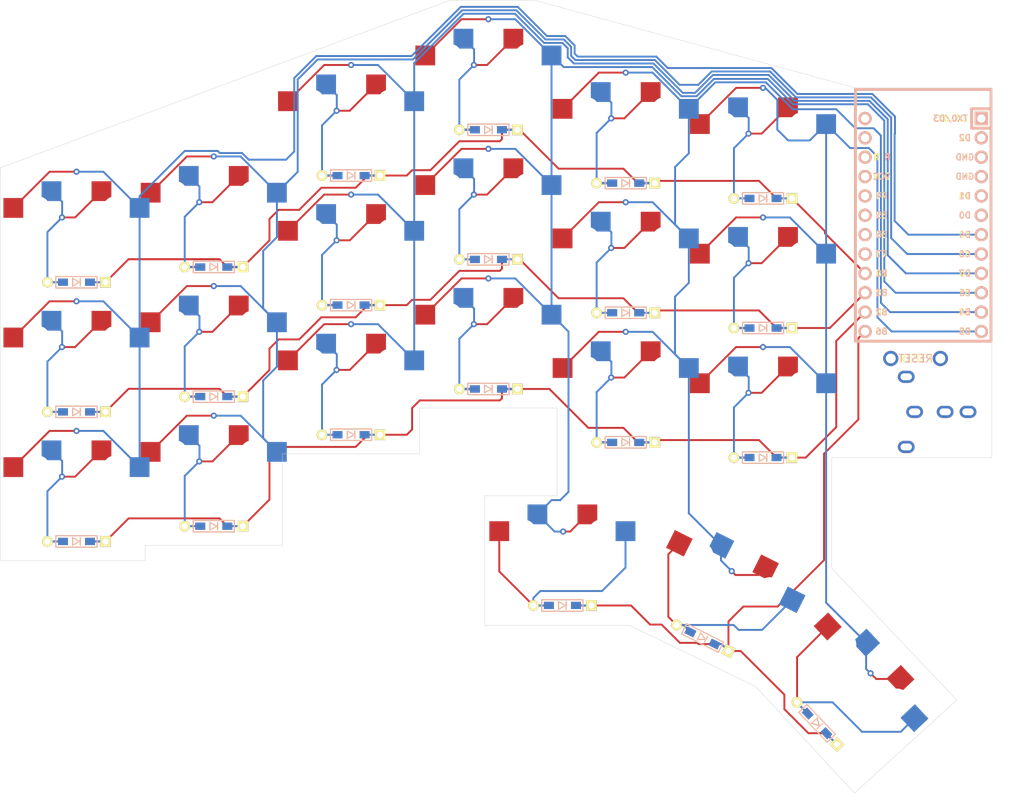
<source format=kicad_pcb>
(kicad_pcb (version 20211014) (generator pcbnew)
  (layers (0 "F.Cu" signal) (31 "B.Cu" signal) (34 "B.Paste" user) (35 "F.Paste" user) (36 "B.SilkS" user "B.Silkscreen") (37 "F.SilkS" user "F.Silkscreen") (38 "B.Mask" user) (39 "F.Mask" user) (44 "Edge.Cuts" user))
  (net 0 "")
  (net 1 "Net-(D1-Pad2)")
  (net 2 "Net-(D2-Pad2)")
  (net 3 "Net-(D3-Pad2)")
  (net 4 "Net-(D5-Pad2)")
  (net 5 "Net-(D7-Pad2)")
  (net 6 "Net-(D10-Pad2)")
  (net 7 "Net-(D11-Pad2)")
  (net 8 "Net-(D12-Pad2)")
  (net 9 "Net-(D15-Pad2)")
  (net 10 "Net-(D16-Pad2)")
  (net 11 "Net-(D17-Pad2)")
  (net 12 "COL0")
  (net 13 "COL1")
  (net 14 "COL2")
  (net 15 "COL3")
  (net 16 "COL4")
  (net 17 "Net-(D4-Pad2)")
  (net 18 "Net-(D8-Pad2)")
  (net 19 "Net-(D9-Pad2)")
  (net 20 "Net-(D13-Pad2)")
  (net 21 "Net-(D14-Pad2)")
  (net 22 "Net-(D18-Pad2)")
  (net 23 "ROW0")
  (net 24 "ROW1")
  (net 25 "ROW2")
  (net 26 "ROW3")
  (net 27 "Net-(D6-Pad2)")
  (net 28 "Net-(D19-Pad2)")
  (net 29 "GND")
  (net 30 "DATA")
  (net 31 "Net-(D20-Pad2)")
  (net 32 "Net-(D21-Pad2)")
  (net 33 "COL5")
  (net 35 "RESET")
  (net 45 "VCC")
  (footprint "footprints:choc-socket-flip" (layer "F.Cu") (at 106 66)
    (fp_text reference "SW20" hide)
    (fp_text value "switch" hide)
  )
  (footprint "footprints:diode-smd-tht" (layer "F.Cu") (at 34 81 180)
    (fp_text reference "D6" hide)
    (fp_text value "D" hide)
  )
  (footprint "footprints:diode-smd-tht" (layer "F.Cu") (at 52 52 180)
    (fp_text reference "D8" hide)
    (fp_text value "D" hide)
  )
  (footprint "footprints:diode-smd-tht" (layer "F.Cu") (at 52 69 180)
    (fp_text reference "D9" hide)
    (fp_text value "D" hide)
  )
  (footprint "footprints:diode-smd-tht" (layer "F.Cu") (at 70 29 180)
    (fp_text reference "D10" hide)
    (fp_text value "D" hide)
  )
  (footprint "footprints:diode-smd-tht" (layer "F.Cu") (at 70 46 180)
    (fp_text reference "D11" hide)
    (fp_text value "D" hide)
  )
  (footprint "footprints:diode-smd-tht" (layer "F.Cu") (at 70 63 180)
    (fp_text reference "D12" hide)
    (fp_text value "D" hide)
  )
  (footprint "footprints:diode-smd-tht" (layer "F.Cu") (at 88 36 180)
    (fp_text reference "D14" hide)
    (fp_text value "D" hide)
  )
  (footprint "footprints:diode-smd-tht" (layer "F.Cu") (at 88 53 180)
    (fp_text reference "D15" hide)
    (fp_text value "D" hide)
  )
  (footprint "footprints:diode-smd-tht" (layer "F.Cu") (at 88 70 180)
    (fp_text reference "D16" hide)
    (fp_text value "D" hide)
  )
  (footprint "footprints:diode-smd-tht" (layer "F.Cu") (at 106 38 180)
    (fp_text reference "D18" hide)
    (fp_text value "D" hide)
  )
  (footprint "footprints:diode-smd-tht" (layer "F.Cu") (at 106 72 180)
    (fp_text reference "D20" hide)
    (fp_text value "D" hide)
  )
  (footprint "footprints:choc-socket-flip" (layer "F.Cu") (at 34 41)
    (fp_text reference "SW4" hide)
    (fp_text value "switch" hide)
  )
  (footprint "footprints:choc-socket-flip" (layer "F.Cu") (at 34 58)
    (fp_text reference "SW5" hide)
    (fp_text value "switch" hide)
  )
  (footprint "footprints:choc-socket-flip" (layer "F.Cu") (at 34 75)
    (fp_text reference "SW6" hide)
    (fp_text value "switch" hide)
  )
  (footprint "footprints:choc-socket-flip" (layer "F.Cu") (at 52 29)
    (fp_text reference "SW7" hide)
    (fp_text value "switch" hide)
  )
  (footprint "footprints:choc-socket-flip" (layer "F.Cu") (at 52 46)
    (fp_text reference "SW8" hide)
    (fp_text value "switch" hide)
  )
  (footprint "footprints:choc-socket-flip" (layer "F.Cu") (at 52 63)
    (fp_text reference "SW9" hide)
    (fp_text value "switch" hide)
  )
  (footprint "footprints:choc-socket-flip" (layer "F.Cu") (at 70 23)
    (fp_text reference "SW10" hide)
    (fp_text value "switch" hide)
  )
  (footprint "footprints:choc-socket-flip" (layer "F.Cu") (at 70 40)
    (fp_text reference "SW11" hide)
    (fp_text value "switch" hide)
  )
  (footprint "footprints:choc-socket-flip" (layer "F.Cu") (at 70 57)
    (fp_text reference "SW12" hide)
    (fp_text value "switch" hide)
  )
  (footprint "footprints:choc-socket-flip" (layer "F.Cu") (at 88 30)
    (fp_text reference "SW14" hide)
    (fp_text value "switch" hide)
  )
  (footprint "footprints:choc-socket-flip" (layer "F.Cu") (at 88 47)
    (fp_text reference "SW15" hide)
    (fp_text value "switch" hide)
  )
  (footprint "footprints:choc-socket-flip" (layer "F.Cu") (at 88 64)
    (fp_text reference "SW16" hide)
    (fp_text value "switch" hide)
  )
  (footprint "footprints:choc-socket-flip" (layer "F.Cu") (at 106 32)
    (fp_text reference "SW18" hide)
    (fp_text value "switch" hide)
  )
  (footprint "footprints:choc-socket-flip" (layer "F.Cu") (at 106 49)
    (fp_text reference "SW19" hide)
    (fp_text value "switch" hide)
  )
  (footprint "footprints:diode-smd-tht" (layer "F.Cu") (at 34 47 180)
    (fp_text reference "D4" hide)
    (fp_text value "D" hide)
  )
  (footprint "footprints:diode-smd-tht" (layer "F.Cu") (at 98.063445 95.664925 153.4)
    (fp_text reference "D17" hide)
    (fp_text value "D" hide)
  )
  (footprint "footprints:diode-smd-tht" (layer "F.Cu") (at 113.085024 106.866997 133.4)
    (fp_text reference "D21" hide)
    (fp_text value "D" hide)
  )
  (footprint "footprints:choc-socket-flip" (layer "F.Cu") (at 100.75 90.3 -26.6)
    (fp_text reference "SW17" hide)
    (fp_text value "switch" hide)
  )
  (footprint "footprints:choc-socket-flip" (layer "F.Cu") (at 117.444472 102.744472 -46.6)
    (fp_text reference "SW21" hide)
    (fp_text value "switch" hide)
  )
  (footprint "footprints:diode-smd-tht" (layer "F.Cu") (at 34 64 180)
    (fp_text reference "D5" hide)
    (fp_text value "D" hide)
  )
  (footprint "footprints:diode-smd-tht" (layer "F.Cu") (at 106 55 180)
    (fp_text reference "D19" hide)
    (fp_text value "D" hide)
  )
  (footprint "footprints:diode-smd-tht" (layer "F.Cu") (at 79.7 91.4 180)
    (fp_text reference "D13" hide)
    (fp_text value "D" hide)
  )
  (footprint "footprints:choc-socket-flip" (layer "F.Cu") (at 79.7 85.4)
    (fp_text reference "SW13" hide)
    (fp_text value "switch" hide)
  )
  (footprint "footprints:reset" (layer "F.Cu") (at 126 59 180)
    (fp_text reference "SW22" hide)
    (fp_text value "switch" hide)
  )
  (footprint "footprints:diode-smd-tht" (layer "F.Cu") (at 52 35 180)
    (fp_text reference "D7" hide)
    (fp_text value "D" hide)
  )
  (footprint "footprints:diode-smd-tht" (layer "F.Cu") (at 16 49 180)
    (fp_text reference "D1" hide)
    (fp_text value "D" hide)
  )
  (footprint "footprints:trrs" (layer "F.Cu") (at 136.075 66 -90)
    (fp_text reference "U2")
    (fp_text value "TRRS")
  )
  (footprint "footprints:diode-smd-tht" (layer "F.Cu") (at 16 83 180)
    (fp_text reference "D3" hide)
    (fp_text value "D" hide)
  )
  (footprint "footprints:hole-m2-pcb" (layer "F.Cu") (at 43 49.5)
    (fp_text reference "H1" hide)
    (fp_text value "MountingHole-mechanical" hide)
  )
  (footprint "footprints:choc-socket-flip" (layer "F.Cu") (at 16 60)
    (fp_text reference "SW2" hide)
    (fp_text value "switch" hide)
  )
  (footprint "footprints:choc-socket-flip" (layer "F.Cu") (at 16 77)
    (fp_text reference "SW3" hide)
    (fp_text value "switch" hide)
  )
  (footprint "footprints:hole-m2-pcb" (layer "F.Cu") (at 97 38.5)
    (fp_text reference "H3" hide)
    (fp_text value "MountingHole-mechanical" hide)
  )
  (footprint "footprints:diode-smd-tht" (layer "F.Cu") (at 16 66 180)
    (fp_text reference "D2" hide)
    (fp_text value "D" hide)
  )
  (footprint "footprints:hole-m2-pcb" (layer "F.Cu") (at 43 66.5)
    (fp_text reference "H2" hide)
    (fp_text value "MountingHole-mechanical" hide)
  )
  (footprint "footprints:hole-m2-pcb" (layer "F.Cu") (at 97 55.5)
    (fp_text reference "H4" hide)
    (fp_text value "MountingHole-mechanical" hide)
  )
  (footprint "footprints:choc-socket-flip" (layer "F.Cu") (at 16 43)
    (fp_text reference "SW1" hide)
    (fp_text value "switch" hide)
  )
  (footprint "footprints:promicro" (layer "B.Cu") (at 127 41.48675 -90)
    (fp_text reference "U1" hide)
    (fp_text value "ProMicro" hide)
  )
  (gr_line (start 6 34) (end 65 12) (layer "Edge.Cuts") (width 0.05))
  (gr_line (start 88.5 94) (end 105 102) (layer "Edge.Cuts") (width 0.05))
  (gr_line (start 118 116) (end 131.4 103.8) (layer "Edge.Cuts") (width 0.05))
  (gr_line (start 79 65.5) (end 79 77) (layer "Edge.Cuts") (width 0.05))
  (gr_line (start 136 23.5) (end 136 72) (layer "Edge.Cuts") (width 0.05))
  (gr_line (start 69.5 94) (end 88.5 94) (layer "Edge.Cuts") (width 0.05))
  (gr_line (start 43 71.5) (end 61 71.5) (layer "Edge.Cuts") (width 0.05))
  (gr_line (start 131.4 103.8) (end 115 86.5) (layer "Edge.Cuts") (width 0.05))
  (gr_line (start 136 72) (end 115 72) (layer "Edge.Cuts") (width 0.05))
  (gr_line (start 69.5 77) (end 69.5 94) (layer "Edge.Cuts") (width 0.05))
  (gr_line (start 6 34) (end 6 85.5) (layer "Edge.Cuts") (width 0.05))
  (gr_line (start 65 12) (end 76 12) (layer "Edge.Cuts") (width 0.05))
  (gr_line (start 43 83.5) (end 43 71.5) (layer "Edge.Cuts") (width 0.05))
  (gr_line (start 61 71.5) (end 61 65.5) (layer "Edge.Cuts") (width 0.05))
  (gr_line (start 118.1 23.5) (end 136 23.5) (layer "Edge.Cuts") (width 0.05))
  (gr_line (start 6 85.5) (end 25 85.5) (layer "Edge.Cuts") (width 0.05))
  (gr_line (start 76 12) (end 118.1 23.5) (layer "Edge.Cuts") (width 0.05))
  (gr_line (start 79 77) (end 69.5 77) (layer "Edge.Cuts") (width 0.05))
  (gr_line (start 25 83.5) (end 43 83.5) (layer "Edge.Cuts") (width 0.05))
  (gr_line (start 61 65.5) (end 79 65.5) (layer "Edge.Cuts") (width 0.05))
  (gr_line (start 105 102) (end 118 116) (layer "Edge.Cuts") (width 0.05))
  (gr_line (start 115 72) (end 115 86.5) (layer "Edge.Cuts") (width 0.05))
  (gr_line (start 25 85.5) (end 25 83.5) (layer "Edge.Cuts") (width 0.05))
  (segment (start 12.19 49) (end 14.225 49) (width 0.25) (layer "F.Cu") (net 1))
  (segment (start 15.825 40.5) (end 14.1 40.5) (width 0.25) (layer "F.Cu") (net 1))
  (segment (start 19.275 37.05) (end 15.825 40.5) (width 0.25) (layer "F.Cu") (net 1))
  (via (at 14.1 40.5) (size 0.8) (drill 0.4) (layers "F.Cu" "B.Cu") (net 1))
  (segment (start 12.19 49) (end 12.19 42.413301) (width 0.25) (layer "B.Cu") (net 1))
  (segment (start 14.124999 38.449999) (end 12.725 37.05) (width 0.25) (layer "B.Cu") (net 1))
  (segment (start 14.124999 40.478302) (end 14.124999 38.449999) (width 0.25) (layer "B.Cu") (net 1))
  (segment (start 12.19 49) (end 14.225 49) (width 0.25) (layer "B.Cu") (net 1))
  (segment (start 12.19 42.413301) (end 14.124999 40.478302) (width 0.25) (layer "B.Cu") (net 1))
  (segment (start 12.19 66) (end 14.225 66) (width 0.25) (layer "F.Cu") (net 2))
  (segment (start 15.825 57.5) (end 14.1 57.5) (width 0.25) (layer "F.Cu") (net 2))
  (segment (start 19.275 54.05) (end 15.825 57.5) (width 0.25) (layer "F.Cu") (net 2))
  (via (at 14.1 57.5) (size 0.8) (drill 0.4) (layers "F.Cu" "B.Cu") (net 2))
  (segment (start 14.124999 55.449999) (end 12.725 54.05) (width 0.25) (layer "B.Cu") (net 2))
  (segment (start 12.19 66) (end 14.225 66) (width 0.25) (layer "B.Cu") (net 2))
  (segment (start 12.19 59.413301) (end 14.124999 57.478302) (width 0.25) (layer "B.Cu") (net 2))
  (segment (start 12.19 66) (end 12.19 59.413301) (width 0.25) (layer "B.Cu") (net 2))
  (segment (start 14.124999 57.478302) (end 14.124999 55.449999) (width 0.25) (layer "B.Cu") (net 2))
  (segment (start 19.275 71.05) (end 15.825 74.5) (width 0.25) (layer "F.Cu") (net 3))
  (segment (start 15.825 74.5) (end 14.1 74.5) (width 0.25) (layer "F.Cu") (net 3))
  (segment (start 14.225 83) (end 12.19 83) (width 0.25) (layer "F.Cu") (net 3))
  (via (at 14.1 74.5) (size 0.8) (drill 0.4) (layers "F.Cu" "B.Cu") (net 3))
  (segment (start 12.19 76.413301) (end 14.124999 74.478302) (width 0.25) (layer "B.Cu") (net 3))
  (segment (start 14.124999 74.478302) (end 14.124999 72.449999) (width 0.25) (layer "B.Cu") (net 3))
  (segment (start 12.19 83) (end 12.19 76.413301) (width 0.25) (layer "B.Cu") (net 3))
  (segment (start 12.19 83) (end 14.225 83) (width 0.25) (layer "B.Cu") (net 3))
  (segment (start 14.124999 72.449999) (end 12.725 71.05) (width 0.25) (layer "B.Cu") (net 3))
  (segment (start 30.19 64) (end 32.225 64) (width 0.25) (layer "F.Cu") (net 4))
  (segment (start 33.825 55.5) (end 32.1 55.5) (width 0.25) (layer "F.Cu") (net 4))
  (segment (start 37.275 52.05) (end 33.825 55.5) (width 0.25) (layer "F.Cu") (net 4))
  (segment (start 30.19 64) (end 32.225 64) (width 0.25) (layer "F.Cu") (net 4))
  (via (at 32.1 55.5) (size 0.8) (drill 0.4) (layers "F.Cu" "B.Cu") (net 4))
  (segment (start 30.19 64) (end 30.19 57.413301) (width 0.25) (layer "B.Cu") (net 4))
  (segment (start 32.124999 53.449999) (end 30.725 52.05) (width 0.25) (layer "B.Cu") (net 4))
  (segment (start 30.19 57.413301) (end 32.124999 55.478302) (width 0.25) (layer "B.Cu") (net 4))
  (segment (start 30.19 64) (end 32.225 64) (width 0.25) (layer "B.Cu") (net 4))
  (segment (start 30.19 64) (end 32.225 64) (width 0.25) (layer "B.Cu") (net 4))
  (segment (start 32.124999 55.478302) (end 32.124999 53.449999) (width 0.25) (layer "B.Cu") (net 4))
  (segment (start 55.275 23.05) (end 51.825 26.5) (width 0.25) (layer "F.Cu") (net 5))
  (segment (start 48.19 35) (end 50.225 35) (width 0.25) (layer "F.Cu") (net 5))
  (segment (start 51.825 26.5) (end 50.1 26.5) (width 0.25) (layer "F.Cu") (net 5))
  (segment (start 50.225 35) (end 48.19 35) (width 0.25) (layer "F.Cu") (net 5))
  (via (at 50.1 26.5) (size 0.8) (drill 0.4) (layers "F.Cu" "B.Cu") (net 5))
  (segment (start 48.19 35) (end 50.225 35) (width 0.25) (layer "B.Cu") (net 5))
  (segment (start 50.124999 24.449999) (end 48.725 23.05) (width 0.25) (layer "B.Cu") (net 5))
  (segment (start 50.124999 26.478302) (end 50.124999 24.449999) (width 0.25) (layer "B.Cu") (net 5))
  (segment (start 48.19 35) (end 48.19 28.413301) (width 0.25) (layer "B.Cu") (net 5))
  (segment (start 48.19 35) (end 50.225 35) (width 0.25) (layer "B.Cu") (net 5))
  (segment (start 48.19 28.413301) (end 50.124999 26.478302) (width 0.25) (layer "B.Cu") (net 5))
  (segment (start 69.825 20.5) (end 68.1 20.5) (width 0.25) (layer "F.Cu") (net 6))
  (segment (start 73.275 17.05) (end 69.825 20.5) (width 0.25) (layer "F.Cu") (net 6))
  (segment (start 66.19 29) (end 68.225 29) (width 0.25) (layer "F.Cu") (net 6))
  (segment (start 68.225 29) (end 66.19 29) (width 0.25) (layer "F.Cu") (net 6))
  (segment (start 66.19 29) (end 68.225 29) (width 0.25) (layer "F.Cu") (net 6))
  (via (at 68.1 20.5) (size 0.8) (drill 0.4) (layers "F.Cu" "B.Cu") (net 6))
  (segment (start 68.124999 20.478302) (end 68.124999 18.449999) (width 0.25) (layer "B.Cu") (net 6))
  (segment (start 68.124999 18.449999) (end 66.725 17.05) (width 0.25) (layer "B.Cu") (net 6))
  (segment (start 66.19 29) (end 66.19 22.413301) (width 0.25) (layer "B.Cu") (net 6))
  (segment (start 66.19 22.413301) (end 68.124999 20.478302) (width 0.25) (layer "B.Cu") (net 6))
  (segment (start 66.19 29) (end 68.225 29) (width 0.25) (layer "B.Cu") (net 6))
  (segment (start 66.19 29) (end 68.225 29) (width 0.25) (layer "B.Cu") (net 6))
  (segment (start 66.19 29) (end 68.225 29) (width 0.25) (layer "B.Cu") (net 6))
  (segment (start 69.825 37.5) (end 68.1 37.5) (width 0.25) (layer "F.Cu") (net 7))
  (segment (start 66.19 46) (end 68.225 46) (width 0.25) (layer "F.Cu") (net 7))
  (segment (start 66.19 46) (end 68.225 46) (width 0.25) (layer "F.Cu") (net 7))
  (segment (start 73.275 34.05) (end 69.825 37.5) (width 0.25) (layer "F.Cu") (net 7))
  (segment (start 66.19 46) (end 68.225 46) (width 0.25) (layer "F.Cu") (net 7))
  (via (at 68.1 37.5) (size 0.8) (drill 0.4) (layers "F.Cu" "B.Cu") (net 7))
  (segment (start 68.124999 37.478302) (end 68.124999 35.449999) (width 0.25) (layer "B.Cu") (net 7))
  (segment (start 68.124999 35.449999) (end 66.725 34.05) (width 0.25) (layer "B.Cu") (net 7))
  (segment (start 66.19 46) (end 68.225 46) (width 0.25) (layer "B.Cu") (net 7))
  (segment (start 66.19 46) (end 66.19 39.413301) (width 0.25) (layer "B.Cu") (net 7))
  (segment (start 66.19 46) (end 68.225 46) (width 0.25) (layer "B.Cu") (net 7))
  (segment (start 66.19 46) (end 68.225 46) (width 0.25) (layer "B.Cu") (net 7))
  (segment (start 66.19 39.413301) (end 68.124999 37.478302) (width 0.25) (layer "B.Cu") (net 7))
  (segment (start 69.825 54.5) (end 68.1 54.5) (width 0.25) (layer "F.Cu") (net 8))
  (segment (start 68.225 63) (end 66.19 63) (width 0.25) (layer "F.Cu") (net 8))
  (segment (start 66.19 63) (end 68.225 63) (width 0.25) (layer "F.Cu") (net 8))
  (segment (start 68.225 63) (end 66.19 63) (width 0.25) (layer "F.Cu") (net 8))
  (segment (start 73.275 51.05) (end 69.825 54.5) (width 0.25) (layer "F.Cu") (net 8))
  (via (at 68.1 54.5) (size 0.8) (drill 0.4) (layers "F.Cu" "B.Cu") (net 8))
  (segment (start 66.19 63) (end 66.19 56.413301) (width 0.25) (layer "B.Cu") (net 8))
  (segment (start 66.19 63) (end 68.225 63) (width 0.25) (layer "B.Cu") (net 8))
  (segment (start 66.19 56.413301) (end 68.124999 54.478302) (width 0.25) (layer "B.Cu") (net 8))
  (segment (start 66.19 63) (end 68.225 63) (width 0.25) (layer "B.Cu") (net 8))
  (segment (start 68.124999 52.449999) (end 66.725 51.05) (width 0.25) (layer "B.Cu") (net 8))
  (segment (start 68.124999 54.478302) (end 68.124999 52.449999) (width 0.25) (layer "B.Cu") (net 8))
  (segment (start 66.19 63) (end 68.225 63) (width 0.25) (layer "B.Cu") (net 8))
  (segment (start 87.825 44.5) (end 86.1 44.5) (width 0.25) (layer "F.Cu") (net 9))
  (segment (start 84.19 53) (end 86.225 53) (width 0.25) (layer "F.Cu") (net 9))
  (segment (start 84.19 53) (end 86.225 53) (width 0.25) (layer "F.Cu") (net 9))
  (segment (start 84.19 53) (end 86.225 53) (width 0.25) (layer "F.Cu") (net 9))
  (segment (start 91.275 41.05) (end 87.825 44.5) (width 0.25) (layer "F.Cu") (net 9))
  (via (at 86.1 44.5) (size 0.8) (drill 0.4) (layers "F.Cu" "B.Cu") (net 9))
  (segment (start 86.124999 44.478302) (end 86.124999 42.449999) (width 0.25) (layer "B.Cu") (net 9))
  (segment (start 84.19 53) (end 86.225 53) (width 0.25) (layer "B.Cu") (net 9))
  (segment (start 84.19 46.413301) (end 86.124999 44.478302) (width 0.25) (layer "B.Cu") (net 9))
  (segment (start 84.19 53) (end 86.225 53) (width 0.25) (layer "B.Cu") (net 9))
  (segment (start 86.124999 42.449999) (end 84.725 41.05) (width 0.25) (layer "B.Cu") (net 9))
  (segment (start 84.19 53) (end 86.225 53) (width 0.25) (layer "B.Cu") (net 9))
  (segment (start 84.19 53) (end 84.19 46.413301) (width 0.25) (layer "B.Cu") (net 9))
  (segment (start 84.19 70) (end 86.225 70) (width 0.25) (layer "F.Cu") (net 10))
  (segment (start 86.225 70) (end 84.19 70) (width 0.25) (layer "F.Cu") (net 10))
  (segment (start 86.225 70) (end 84.19 70) (width 0.25) (layer "F.Cu") (net 10))
  (segment (start 87.825 61.5) (end 86.1 61.5) (width 0.25) (layer "F.Cu") (net 10))
  (segment (start 91.275 58.05) (end 87.825 61.5) (width 0.25) (layer "F.Cu") (net 10))
  (via (at 86.1 61.5) (size 0.8) (drill 0.4) (layers "F.Cu" "B.Cu") (net 10))
  (segment (start 84.19 70) (end 84.19 63.413301) (width 0.25) (layer "B.Cu") (net 10))
  (segment (start 86.124999 61.478302) (end 86.124999 59.449999) (width 0.25) (layer "B.Cu") (net 10))
  (segment (start 86.124999 59.449999) (end 84.725 58.05) (width 0.25) (layer "B.Cu") (net 10))
  (segment (start 84.19 70) (end 86.225 70) (width 0.25) (layer "B.Cu") (net 10))
  (segment (start 84.19 70) (end 86.225 70) (width 0.25) (layer "B.Cu") (net 10))
  (segment (start 84.19 63.413301) (end 86.124999 61.478302) (width 0.25) (layer "B.Cu") (net 10))
  (segment (start 84.19 70) (end 86.225 70) (width 0.25) (layer "B.Cu") (net 10))
  (segment (start 94.656717 93.958963) (end 95.565131 93.958963) (width 0.25) (layer "F.Cu") (net 11))
  (segment (start 95.565131 93.958963) (end 96.476321 94.870153) (width 0.25) (layer "F.Cu") (net 11))
  (segment (start 93.590682 84.681003) (end 93.590682 92.892928) (width 0.25) (layer "F.Cu") (net 11))
  (segment (start 95.02997 83.241715) (end 93.590682 84.681003) (width 0.25) (layer "F.Cu") (net 11))
  (segment (start 93.590682 92.892928) (end 94.656717 93.958963) (width 0.25) (layer "F.Cu") (net 11))
  (segment (start 94.656717 93.958963) (end 95.565131 93.958963) (width 0.25) (layer "B.Cu") (net 11))
  (segment (start 102.8 94.6) (end 102.158963 93.958963) (width 0.25) (layer "B.Cu") (net 11))
  (segment (start 102.158963 93.958963) (end 94.656717 93.958963) (width 0.25) (layer "B.Cu") (net 11))
  (segment (start 109.828223 90.652128) (end 105.880351 94.6) (width 0.25) (layer "B.Cu") (net 11))
  (segment (start 105.880351 94.6) (end 102.8 94.6) (width 0.25) (layer "B.Cu") (net 11))
  (segment (start 95.565131 93.958963) (end 96.476321 94.870153) (width 0.25) (layer "B.Cu") (net 11))
  (segment (start 7.725 73.25) (end 12.475 68.5) (width 0.25) (layer "F.Cu") (net 12))
  (segment (start 7.725 39.25) (end 12.475 34.5) (width 0.25) (layer "F.Cu") (net 12))
  (segment (start 12.475 34.5) (end 16 34.5) (width 0.25) (layer "F.Cu") (net 12))
  (segment (start 12.475 68.5) (end 16 68.5) (width 0.25) (layer "F.Cu") (net 12))
  (segment (start 12.475 51.5) (end 16 51.5) (width 0.25) (layer "F.Cu") (net 12))
  (segment (start 7.725 56.25) (end 12.475 51.5) (width 0.25) (layer "F.Cu") (net 12))
  (via (at 16 68.5) (size 0.8) (drill 0.4) (layers "F.Cu" "B.Cu") (net 12))
  (via (at 16 34.5) (size 0.8) (drill 0.4) (layers "F.Cu" "B.Cu") (net 12))
  (via (at 16 51.5) (size 0.8) (drill 0.4) (layers "F.Cu" "B.Cu") (net 12))
  (segment (start 37.711396 32.05) (end 38.580698 32.919302) (width 0.25) (layer "B.Cu") (net 12))
  (segment (start 59.927208 19.325) (end 66.377208 12.875) (width 0.25) (layer "B.Cu") (net 12))
  (segment (start 123.3 29.5) (end 123.25 29.55) (width 0.25) (layer "B.Cu") (net 12))
  (segment (start 81.7 19.4) (end 92.009188 19.4) (width 0.25) (layer "B.Cu") (net 12))
  (segment (start 34.8 32.05) (end 37.711396 32.05) (width 0.25) (layer "B.Cu") (net 12))
  (segment (start 73.847792 12.875) (end 77.672792 16.7) (width 0.25) (layer "B.Cu") (net 12))
  (segment (start 19.525 34.5) (end 24.275 39.25) (width 0.25) (layer "B.Cu") (net 12))
  (segment (start 38.580698 32.919302) (end 43.480698 32.919302) (width 0.25) (layer "B.Cu") (net 12))
  (segment (start 16 51.5) (end 19.525 51.5) (width 0.25) (layer "B.Cu") (net 12))
  (segment (start 24.275 37.7) (end 30.2 31.775) (width 0.25) (layer "B.Cu") (net 12))
  (segment (start 81.3 19) (end 81.7 19.4) (width 0.25) (layer "B.Cu") (net 12))
  (segment (start 123.25 40.95) (end 125.05675 42.75675) (width 0.25) (layer "B.Cu") (net 12))
  (segment (start 77.672792 16.7) (end 80.072792 16.7) (width 0.25) (layer "B.Cu") (net 12))
  (segment (start 16 34.5) (end 19.525 34.5) (width 0.25) (layer "B.Cu") (net 12))
  (segment (start 123.3 27.263604) (end 123.3 29.5) (width 0.25) (layer "B.Cu") (net 12))
  (segment (start 125.05675 42.75675) (end 134.62 42.75675) (width 0.25) (layer "B.Cu") (net 12))
  (segment (start 93.509188 20.9) (end 107.109188 20.9) (width 0.25) (layer "B.Cu") (net 12))
  (segment (start 24.275 56.25) (end 24.275 73.25) (width 0.25) (layer "B.Cu") (net 12))
  (segment (start 110.509188 24.3) (end 120.336396 24.3) (width 0.25) (layer "B.Cu") (net 12))
  (segment (start 24.275 39.25) (end 24.275 56.25) (width 0.25) (layer "B.Cu") (net 12))
  (segment (start 19.525 68.5) (end 24.275 73.25) (width 0.25) (layer "B.Cu") (net 12))
  (segment (start 81.3 17.927208) (end 81.3 19) (width 0.25) (layer "B.Cu") (net 12))
  (segment (start 16 68.5) (end 19.525 68.5) (width 0.25) (layer "B.Cu") (net 12))
  (segment (start 92.009188 19.4) (end 93.509188 20.9) (width 0.25) (layer "B.Cu") (net 12))
  (segment (start 107.109188 20.9) (end 110.509188 24.3) (width 0.25) (layer "B.Cu") (net 12))
  (segment (start 19.525 51.5) (end 24.275 56.25) (width 0.25) (layer "B.Cu") (net 12))
  (segment (start 123.25 29.55) (end 123.25 40.95) (width 0.25) (layer "B.Cu") (net 12))
  (segment (start 80.072792 16.7) (end 81.3 17.927208) (width 0.25) (layer "B.Cu") (net 12))
  (segment (start 34.525 31.775) (end 34.8 32.05) (width 0.25) (layer "B.Cu") (net 12))
  (segment (start 30.2 31.775) (end 34.525 31.775) (width 0.25) (layer "B.Cu") (net 12))
  (segment (start 120.336396 24.3) (end 123.3 27.263604) (width 0.25) (layer "B.Cu") (net 12))
  (segment (start 44.55 31.85) (end 44.55 22.213604) (width 0.25) (layer "B.Cu") (net 12))
  (segment (start 47.438604 19.325) (end 59.927208 19.325) (width 0.25) (layer "B.Cu") (net 12))
  (segment (start 24.275 39.25) (end 24.275 37.7) (width 0.25) (layer "B.Cu") (net 12))
  (segment (start 66.377208 12.875) (end 73.847792 12.875) (width 0.25) (layer "B.Cu") (net 12))
  (segment (start 44.55 22.213604) (end 47.438604 19.325) (width 0.25) (layer "B.Cu") (net 12))
  (segment (start 43.480698 32.919302) (end 44.55 31.85) (width 0.25) (layer "B.Cu") (net 12))
  (segment (start 25.725 37.25) (end 30.475 32.5) (width 0.25) (layer "F.Cu") (net 13))
  (segment (start 30.475 49.5) (end 34 49.5) (width 0.25) (layer "F.Cu") (net 13))
  (segment (start 25.725 54.25) (end 30.475 49.5) (width 0.25) (layer "F.Cu") (net 13))
  (segment (start 25.725 71.25) (end 30.475 66.5) (width 0.25) (layer "F.Cu") (net 13))
  (segment (start 30.475 32.5) (end 34 32.5) (width 0.25) (layer "F.Cu") (net 13))
  (segment (start 30.475 66.5) (end 34 66.5) (width 0.25) (layer "F.Cu") (net 13))
  (via (at 34 66.5) (size 0.8) (drill 0.4) (layers "F.Cu" "B.Cu") (net 13))
  (via (at 34 32.5) (size 0.8) (drill 0.4) (layers "F.Cu" "B.Cu") (net 13))
  (via (at 34 49.5) (size 0.8) (drill 0.4) (layers "F.Cu" "B.Cu") (net 13))
  (segment (start 37.525 49.5) (end 42.275 54.25) (width 0.25) (layer "B.Cu") (net 13))
  (segment (start 110.322792 24.75) (end 120.15 24.75) (width 0.25) (layer "B.Cu") (net 13))
  (segment (start 37.525 66.5) (end 42.275 71.25) (width 0.25) (layer "B.Cu") (net 13))
  (segment (start 40.474999 61.883221) (end 40.474999 69.449999) (width 0.25) (layer "B.Cu") (net 13))
  (segment (start 40.474999 52.449999) (end 42.275 54.25) (width 0.25) (layer "B.Cu") (net 13))
  (segment (start 66.563604 13.325) (end 73.661396 13.325) (width 0.25) (layer "B.Cu") (net 13))
  (segment (start 97.507906 23.107906) (end 99.265812 21.35) (width 0.25) (layer "B.Cu") (net 13))
  (segment (start 42.275 60.08322) (end 40.474999 61.883221) (width 0.25) (layer "B.Cu") (net 13))
  (segment (start 99.265812 21.35) (end 106.922792 21.35) (width 0.25) (layer "B.Cu") (net 13))
  (segment (start 42.275 54.25) (end 42.275 60.08322) (width 0.25) (layer "B.Cu") (net 13))
  (segment (start 81.4 19.85) (end 91.822792 19.85) (width 0.25) (layer "B.Cu") (net 13))
  (segment (start 60.113604 19.775) (end 66.563604 13.325) (width 0.25) (layer "B.Cu") (net 13))
  (segment (start 122.8 43.2) (end 124.89675 45.29675) (width 0.25) (layer "B.Cu") (net 13))
  (segment (start 80.85 18.113604) (end 80.85 19.3) (width 0.25) (layer "B.Cu") (net 13))
  (segment (start 42.275 37.25) (end 42.275 43.08322) (width 0.25) (layer "B.Cu") (net 13))
  (segment (start 122.8 27.4) (end 122.8 43.2) (width 0.25) (layer "B.Cu") (net 13))
  (segment (start 106.922792 21.35) (end 110.322792 24.75) (width 0.25) (layer "B.Cu") (net 13))
  (segment (start 37.525 32.5) (end 42.275 37.25) (width 0.25) (layer "B.Cu") (net 13))
  (segment (start 40.474999 69.449999) (end 42.275 71.25) (width 0.25) (layer "B.Cu") (net 13))
  (segment (start 34 66.5) (end 37.525 66.5) (width 0.25) (layer "B.Cu") (net 13))
  (segment (start 79.886396 17.15) (end 80.85 18.113604) (width 0.25) (layer "B.Cu") (net 13))
  (segment (start 47.625 19.775) (end 60.113604 19.775) (width 0.25) (layer "B.Cu") (net 13))
  (segment (start 34 32.5) (end 37.525 32.5) (width 0.25) (layer "B.Cu") (net 13))
  (segment (start 80.85 19.3) (end 81.4 19.85) (width 0.25) (layer "B.Cu") (net 13))
  (segment (start 124.89675 45.29675) (end 134.62 45.29675) (width 0.25) (layer "B.Cu") (net 13))
  (segment (start 120.15 24.75) (end 122.8 27.4) (width 0.25) (layer "B.Cu") (net 13))
  (segment (start 40.474999 44.883221) (end 40.474999 52.449999) (width 0.25) (layer "B.Cu") (net 13))
  (segment (start 45 22.4) (end 47.625 19.775) (width 0.25) (layer "B.Cu") (net 13))
  (segment (start 73.661396 13.325) (end 77.486396 17.15) (width 0.25) (layer "B.Cu") (net 13))
  (segment (start 34 49.5) (end 37.525 49.5) (width 0.25) (layer "B.Cu") (net 13))
  (segment (start 91.822792 19.85) (end 95.072792 23.1) (width 0.25) (layer "B.Cu") (net 13))
  (segment (start 77.486396 17.15) (end 79.886396 17.15) (width 0.25) (layer "B.Cu") (net 13))
  (segment (start 45 34.525) (end 45 22.4) (width 0.25) (layer "B.Cu") (net 13))
  (segment (start 97.5 23.1) (end 97.507906 23.107906) (width 0.25) (layer "B.Cu") (net 13))
  (segment (start 42.275 43.08322) (end 40.474999 44.883221) (width 0.25) (layer "B.Cu") (net 13))
  (segment (start 42.275 37.25) (end 45 34.525) (width 0.25) (layer "B.Cu") (net 13))
  (segment (start 95.072792 23.1) (end 97.5 23.1) (width 0.25) (layer "B.Cu") (net 13))
  (segment (start 43.725 42.25) (end 48.475 37.5) (width 0.25) (layer "F.Cu") (net 14))
  (segment (start 48.475 20.5) (end 52 20.5) (width 0.25) (layer "F.Cu") (net 14))
  (segment (start 48.475 54.5) (end 52 54.5) (width 0.25) (layer "F.Cu") (net 14))
  (segment (start 43.725 25.25) (end 48.475 20.5) (width 0.25) (layer "F.Cu") (net 14))
  (segment (start 48.475 37.5) (end 52 37.5) (width 0.25) (layer "F.Cu") (net 14))
  (segment (start 43.725 59.25) (end 48.475 54.5) (width 0.25) (layer "F.Cu") (net 14))
  (via (at 52 37.5) (size 0.8) (drill 0.4) (layers "F.Cu" "B.Cu") (net 14))
  (via (at 52 20.5) (size 0.8) (drill 0.4) (layers "F.Cu" "B.Cu") (net 14))
  (via (at 52 54.5) (size 0.8) (drill 0.4) (layers "F.Cu" "B.Cu") (net 14))
  (segment (start 80.4 19.5) (end 81.2 20.3) (width 0.25) (layer "B.Cu") (net 14))
  (segment (start 97.102208 24.15) (end 99.452208 21.8) (width 0.25) (layer "B.Cu") (net 14))
  (segment (start 55.525 20.5) (end 60.275 25.25) (width 0.25) (layer "B.Cu") (net 14))
  (segment (start 119.936396 25.2) (end 122.35 27.613604) (width 0.25) (layer "B.Cu") (net 14))
  (segment (start 91.636396 20.3) (end 95.486396 24.15) (width 0.25) (layer "B.Cu") (net 14))
  (segment (start 106.736396 21.8) (end 110.136396 25.2) (width 0.25) (layer "B.Cu") (net 14))
  (segment (start 81.2 20.3) (end 91.636396 20.3) (width 0.25) (layer "B.Cu") (net 14))
  (segment (start 60.275 25.25) (end 60.275 42.25) (width 0.25) (layer "B.Cu") (net 14))
  (segment (start 95.486396 24.15) (end 97.102208 24.15) (width 0.25) (layer "B.Cu") (net 14))
  (segment (start 73.475 13.775) (end 77.3 17.6) (width 0.25) (layer "B.Cu") (net 14))
  (segment (start 99.452208 21.8) (end 106.736396 21.8) (width 0.25) (layer "B.Cu") (net 14))
  (segment (start 66.75 13.775) (end 73.475 13.775) (width 0.25) (layer "B.Cu") (net 14))
  (segment (start 60.275 25.25) (end 60.275 20.25) (width 0.25) (layer "B.Cu") (net 14))
  (segment (start 124.73675 47.83675) (end 134.62 47.83675) (width 0.25) (layer "B.Cu") (net 14))
  (segment (start 79.7 17.6) (end 80.4 18.3) (width 0.25) (layer "B.Cu") (net 14))
  (segment (start 60.275 42.25) (end 60.275 59.25) (width 0.25) (layer "B.Cu") (net 14))
  (segment (start 122.35 27.613604) (end 122.35 45.45) (width 0.25) (layer "B.Cu") (net 14))
  (segment (start 52 37.5) (end 55.525 37.5) (width 0.25) (layer "B.Cu") (net 14))
  (segment (start 60.275 20.25) (end 66.75 13.775) (width 0.25) (layer "B.Cu") (net 14))
  (segment (start 52 54.5) (end 55.525 54.5) (width 0.25) (layer "B.Cu") (net 14))
  (segment (start 80.4 18.3) (end 80.4 19.5) (width 0.25) (layer "B.Cu") (net 14))
  (segment (start 55.525 37.5) (end 60.275 42.25) (width 0.25) (layer "B.Cu") (net 14))
  (segment (start 55.525 54.5) (end 60.275 59.25) (width 0.25) (layer "B.Cu") (net 14))
  (segment (start 122.35 45.45) (end 124.73675 47.83675) (width 0.25) (layer "B.Cu") (net 14))
  (segment (start 77.3 17.6) (end 79.7 17.6) (width 0.25) (layer "B.Cu") (net 14))
  (segment (start 110.136396 25.2) (end 119.936396 25.2) (width 0.25) (layer "B.Cu") (net 14))
  (segment (start 52 20.5) (end 55.525 20.5) (width 0.25) (layer "B.Cu") (net 14))
  (segment (start 66.475 31.5) (end 70 31.5) (width 0.25) (layer "F.Cu") (net 15))
  (segment (start 61.725 53.25) (end 66.475 48.5) (width 0.25) (layer "F.Cu") (net 15))
  (segment (start 66.475 48.5) (end 70 48.5) (width 0.25) (layer "F.Cu") (net 15))
  (segment (start 80.725 81.7) (end 79.8 81.7) (width 0.25) (layer "F.Cu") (net 15))
  (segment (start 82.975 79.45) (end 80.725 81.7) (width 0.25) (layer "F.Cu") (net 15))
  (segment (start 61.725 36.25) (end 66.475 31.5) (width 0.25) (layer "F.Cu") (net 15))
  (segment (start 61.725 19.25) (end 66.475 14.5) (width 0.25) (layer "F.Cu") (net 15))
  (segment (start 66.475 14.5) (end 70 14.5) (width 0.25) (layer "F.Cu") (net 15))
  (via (at 70 48.5) (size 0.8) (drill 0.4) (layers "F.Cu" "B.Cu") (net 15))
  (via (at 70 31.5) (size 0.8) (drill 0.4) (layers "F.Cu" "B.Cu") (net 15))
  (via (at 70 14.5) (size 0.8) (drill 0.4) (layers "F.Cu" "B.Cu") (net 15))
  (via (at 79.8 81.7) (size 0.8) (drill 0.4) (layers "F.Cu" "B.Cu") (net 15))
  (segment (start 78.300001 77.574999) (end 76.425 79.45) (width 0.25) (layer "B.Cu") (net 15))
  (segment (start 79.875 20.775) (end 91.475 20.775) (width 0.25) (layer "B.Cu") (net 15))
  (segment (start 91.475 20.775) (end 95.3 24.6) (width 0.25) (layer "B.Cu") (net 15))
  (segment (start 78.275 53.25) (end 80.5 55.475) (width 0.25) (layer "B.Cu") (net 15))
  (segment (start 78.35 19.25) (end 79.875 20.775) (width 0.25) (layer "B.Cu") (net 15))
  (segment (start 73.525 31.5) (end 78.275 36.25) (width 0.25) (layer "B.Cu") (net 15))
  (segment (start 78.275 19.25) (end 78.275 36.25) (width 0.25) (layer "B.Cu") (net 15))
  (segment (start 80.5 76.5) (end 79.425001 77.574999) (width 0.25) (layer "B.Cu") (net 15))
  (segment (start 78.275 19.25) (end 78.35 19.25) (width 0.25) (layer "B.Cu") (net 15))
  (segment (start 70 31.5) (end 73.525 31.5) (width 0.25) (layer "B.Cu") (net 15))
  (segment (start 78.675 81.7) (end 79.8 81.7) (width 0.25) (layer "B.Cu") (net 15))
  (segment (start 79.425001 77.574999) (end 78.300001 77.574999) (width 0.25) (layer "B.Cu") (net 15))
  (segment (start 106.625 22.325) (end 109.951104 25.651104) (width 0.25) (layer "B.Cu") (net 15))
  (segment (start 70 48.5) (end 73.525 48.5) (width 0.25) (layer "B.Cu") (net 15))
  (segment (start 78.275 36.25) (end 78.275 53.25) (width 0.25) (layer "B.Cu") (net 15))
  (segment (start 109.951104 25.651104) (end 119.751104 25.651104) (width 0.25) (layer "B.Cu") (net 15))
  (segment (start 119.751104 25.651104) (end 121.9 27.8) (width 0.25) (layer "B.Cu") (net 15))
  (segment (start 99.563604 22.325) (end 106.625 22.325) (width 0.25) (layer "B.Cu") (net 15))
  (segment (start 76.425 79.45) (end 78.675 81.7) (width 0.25) (layer "B.Cu") (net 15))
  (segment (start 70 14.5) (end 73.525 14.5) (width 0.25) (layer "B.Cu") (net 15))
  (segment (start 123.37675 50.37675) (end 134.62 50.37675) (width 0.25) (layer "B.Cu") (net 15))
  (segment (start 121.9 27.8) (end 121.9 48.9) (width 0.25) (layer "B.Cu") (net 15))
  (segment (start 97.288604 24.6) (end 99.563604 22.325) (width 0.25) (layer "B.Cu") (net 15))
  (segment (start 95.3 24.6) (end 97.288604 24.6) (width 0.25) (layer "B.Cu") (net 15))
  (segment (start 121.9 48.9) (end 123.37675 50.37675) (width 0.25) (layer "B.Cu") (net 15))
  (segment (start 73.525 14.5) (end 78.275 19.25) (width 0.25) (layer "B.Cu") (net 15))
  (segment (start 73.525 48.5) (end 78.275 53.25) (width 0.25) (layer "B.Cu") (net 15))
  (segment (start 80.5 55.475) (end 80.5 76.5) (width 0.25) (layer "B.Cu") (net 15))
  (segment (start 79.725 26.25) (end 84.475 21.5) (width 0.25) (layer "F.Cu") (net 16))
  (segment (start 79.725 60.25) (end 84.475 55.5) (width 0.25) (layer "F.Cu") (net 16))
  (segment (start 106.342522 86.446193) (end 105.388715 87.4) (width 0.25) (layer "F.Cu") (net 16))
  (segment (start 84.475 38.5) (end 88 38.5) (width 0.25) (layer "F.Cu") (net 16))
  (segment (start 105.388715 87.4) (end 102.4 87.4) (width 0.25) (layer "F.Cu") (net 16))
  (segment (start 102.4 87.4) (end 101.9 86.9) (width 0.25) (layer "F.Cu") (net 16))
  (segment (start 84.475 55.5) (end 88 55.5) (width 0.25) (layer "F.Cu") (net 16))
  (segment (start 84.475 21.5) (end 88 21.5) (width 0.25) (layer "F.Cu") (net 16))
  (segment (start 79.725 43.25) (end 84.475 38.5) (width 0.25) (layer "F.Cu") (net 16))
  (via (at 101.9 86.9) (size 0.8) (drill 0.4) (layers "F.Cu" "B.Cu") (net 16))
  (via (at 88 38.5) (size 0.8) (drill 0.4) (layers "F.Cu" "B.Cu") (net 16))
  (via (at 88 21.5) (size 0.8) (drill 0.4) (layers "F.Cu" "B.Cu") (net 16))
  (via (at 88 55.5) (size 0.8) (drill 0.4) (layers "F.Cu" "B.Cu") (net 16))
  (segment (start 122.66675 52.91675) (end 134.62 52.91675) (width 0.25) (layer "B.Cu") (net 16))
  (segment (start 118.1 28.8) (end 120.5 28.8) (width 0.25) (layer "B.Cu") (net 16))
  (segment (start 91.525 38.5) (end 96.275 43.25) (width 0.25) (layer "B.Cu") (net 16))
  (segment (start 96.275 60.25) (end 96.275 79.30256) (width 0.25) (layer "B.Cu") (net 16))
  (segment (start 96.275 49.08322) (end 94.4625 50.89572) (width 0.25) (layer "B.Cu") (net 16))
  (segment (start 91.525 55.5) (end 96.275 60.25) (width 0.25) (layer "B.Cu") (net 16))
  (segment (start 88 55.5) (end 91.525 55.5) (width 0.25) (layer "B.Cu") (net 16))
  (segment (start 94.474999 41.449999) (end 96.275 43.25) (width 0.25) (layer "B.Cu") (net 16))
  (segment (start 96.275 43.25) (end 96.275 49.08322) (width 0.25) (layer "B.Cu") (net 16))
  (segment (start 100.485811 85.485811) (end 101.9 86.9) (width 0.25) (layer "B.Cu") (net 16))
  (segment (start 96.275 26.25) (end 99.75 22.775) (width 0.25) (layer "B.Cu") (net 16))
  (segment (start 121.45 29.75) (end 121.45 51.7) (width 0.25) (layer "B.Cu") (net 16))
  (segment (start 100.485811 83.513371) (end 100.485811 85.485811) (width 0.25) (layer "B.Cu") (net 16))
  (segment (start 106.375 22.775) (end 109.9 26.3) (width 0.25) (layer "B.Cu") (net 16))
  (segment (start 96.275 26.25) (end 96.275 32.08322) (width 0.25) (layer "B.Cu") (net 16))
  (segment (start 94.4625 50.89572) (end 94.4625 58.4375) (width 0.25) (layer "B.Cu") (net 16))
  (segment (start 99.75 22.775) (end 106.375 22.775) (width 0.25) (layer "B.Cu") (net 16))
  (segment (start 115.6 26.3) (end 118.1 28.8) (width 0.25) (layer "B.Cu") (net 16))
  (segment (start 101.9 86.9) (end 102.1 87.1) (width 0.25) (layer "B.Cu") (net 16))
  (segment (start 109.9 26.3) (end 115.6 26.3) (width 0.25) (layer "B.Cu") (net 16))
  (segment (start 88 38.5) (end 91.525 38.5) (width 0.25) (layer "B.Cu") (net 16))
  (segment (start 96.275 32.08322) (end 94.474999 33.883221) (width 0.25) (layer "B.Cu") (net 16))
  (segment (start 121.45 51.7) (end 122.66675 52.91675) (width 0.25) (layer "B.Cu") (net 16))
  (segment (start 96.275 79.30256) (end 100.485811 83.513371) (width 0.25) (layer "B.Cu") (net 16))
  (segment (start 94.4625 58.4375) (end 96.275 60.25) (width 0.25) (layer "B.Cu") (net 16))
  (segment (start 120.5 28.8) (end 121.45 29.75) (width 0.25) (layer "B.Cu") (net 16))
  (segment (start 94.474999 33.883221) (end 94.474999 41.449999) (width 0.25) (layer "B.Cu") (net 16))
  (segment (start 88 21.5) (end 91.525 21.5) (width 0.25) (layer "B.Cu") (net 16))
  (segment (start 91.525 21.5) (end 96.275 26.25) (width 0.25) (layer "B.Cu") (net 16))
  (segment (start 32.225 47) (end 30.19 47) (width 0.25) (layer "F.Cu") (net 17))
  (segment (start 30.19 47) (end 32.225 47) (width 0.25) (layer "F.Cu") (net 17))
  (segment (start 37.275 35.05) (end 33.825 38.5) (width 0.25) (layer "F.Cu") (net 17))
  (segment (start 33.825 38.5) (end 32.1 38.5) (width 0.25) (layer "F.Cu") (net 17))
  (via (at 32.1 38.5) (size 0.8) (drill 0.4) (layers "F.Cu" "B.Cu") (net 17))
  (segment (start 32.124999 36.449999) (end 30.725 35.05) (width 0.25) (layer "B.Cu") (net 17))
  (segment (start 30.19 47) (end 30.19 40.413301) (width 0.25) (layer "B.Cu") (net 17))
  (segment (start 30.19 47) (end 32.225 47) (width 0.25) (layer "B.Cu") (net 17))
  (segment (start 32.124999 38.478302) (end 32.124999 36.449999) (width 0.25) (layer "B.Cu") (net 17))
  (segment (start 30.19 40.413301) (end 32.124999 38.478302) (width 0.25) (layer "B.Cu") (net 17))
  (segment (start 30.19 47) (end 32.225 47) (width 0.25) (layer "B.Cu") (net 17))
  (segment (start 48.19 52) (end 50.225 52) (width 0.25) (layer "F.Cu") (net 18))
  (segment (start 51.825 43.5) (end 50.1 43.5) (width 0.25) (layer "F.Cu") (net 18))
  (segment (start 55.275 40.05) (end 51.825 43.5) (width 0.25) (layer "F.Cu") (net 18))
  (segment (start 48.19 52) (end 50.225 52) (width 0.25) (layer "F.Cu") (net 18))
  (via (at 50.1 43.5) (size 0.8) (drill 0.4) (layers "F.Cu" "B.Cu") (net 18))
  (segment (start 48.19 45.413301) (end 50.124999 43.478302) (width 0.25) (layer "B.Cu") (net 18))
  (segment (start 48.19 52) (end 50.225 52) (width 0.25) (layer "B.Cu") (net 18))
  (segment (start 48.19 52) (end 50.225 52) (width 0.25) (layer "B.Cu") (net 18))
  (segment (start 50.124999 43.478302) (end 50.124999 41.449999) (width 0.25) (layer "B.Cu") (net 18))
  (segment (start 48.19 52) (end 48.19 45.413301) (width 0.25) (layer "B.Cu") (net 18))
  (segment (start 50.124999 41.449999) (end 48.725 40.05) (width 0.25) (layer "B.Cu") (net 18))
  (segment (start 51.825 60.5) (end 50.1 60.5) (width 0.25) (layer "F.Cu") (net 19))
  (segment (start 55.275 57.05) (end 51.825 60.5) (width 0.25) (layer "F.Cu") (net 19))
  (segment (start 50.225 69) (end 48.19 69) (width 0.25) (layer "F.Cu") (net 19))
  (segment (start 50.225 69) (end 48.19 69) (width 0.25) (layer "F.Cu") (net 19))
  (via (at 50.1 60.5) (size 0.8) (drill 0.4) (layers "F.Cu" "B.Cu") (net 19))
  (segment (start 48.19 69) (end 50.225 69) (width 0.25) (layer "B.Cu") (net 19))
  (segment (start 48.19 69) (end 48.19 62.413301) (width 0.25) (layer "B.Cu") (net 19))
  (segment (start 48.19 69) (end 50.225 69) (width 0.25) (layer "B.Cu") (net 19))
  (segment (start 50.124999 60.478302) (end 50.124999 58.449999) (width 0.25) (layer "B.Cu") (net 19))
  (segment (start 50.124999 58.449999) (end 48.725 57.05) (width 0.25) (layer "B.Cu") (net 19))
  (segment (start 48.19 62.413301) (end 50.124999 60.478302) (width 0.25) (layer "B.Cu") (net 19))
  (segment (start 71.425 86.935) (end 75.89 91.4) (width 0.25) (layer "F.Cu") (net 20))
  (segment (start 75.89 91.4) (end 77.925 91.4) (width 0.25) (layer "F.Cu") (net 20))
  (segment (start 71.425 81.65) (end 71.425 86.935) (width 0.25) (layer "F.Cu") (net 20))
  (segment (start 84.9 89.5) (end 76.8 89.5) (width 0.25) (layer "B.Cu") (net 20))
  (segment (start 75.89 90.41) (end 75.89 91.4) (width 0.25) (layer "B.Cu") (net 20))
  (segment (start 87.975 81.65) (end 87.975 86.425) (width 0.25) (layer "B.Cu") (net 20))
  (segment (start 76.8 89.5) (end 75.89 90.41) (width 0.25) (layer "B.Cu") (net 20))
  (segment (start 87.975 86.425) (end 84.9 89.5) (width 0.25) (layer "B.Cu") (net 20))
  (segment (start 75.89 91.4) (end 77.925 91.4) (width 0.25) (layer "B.Cu") (net 20))
  (segment (start 87.825 27.5) (end 86.1 27.5) (width 0.25) (layer "F.Cu") (net 21))
  (segment (start 91.275 24.05) (end 87.825 27.5) (width 0.25) (layer "F.Cu") (net 21))
  (segment (start 86.225 36) (end 84.19 36) (width 0.25) (layer "F.Cu") (net 21))
  (segment (start 84.19 36) (end 86.225 36) (width 0.25) (layer "F.Cu") (net 21))
  (segment (start 84.19 36) (end 86.225 36) (width 0.25) (layer "F.Cu") (net 21))
  (via (at 86.1 27.5) (size 0.8) (drill 0.4) (layers "F.Cu" "B.Cu") (net 21))
  (segment (start 84.19 36) (end 86.225 36) (width 0.25) (layer "B.Cu") (net 21))
  (segment (start 84.19 36) (end 86.225 36) (width 0.25) (layer "B.Cu") (net 21))
  (segment (start 86.124999 25.449999) (end 84.725 24.05) (width 0.25) (layer "B.Cu") (net 21))
  (segment (start 84.19 36) (end 84.19 29.413301) (width 0.25) (layer "B.Cu") (net 21))
  (segment (start 84.19 36) (end 86.225 36) (width 0.25) (layer "B.Cu") (net 21))
  (segment (start 84.19 29.413301) (end 86.124999 27.478302) (width 0.25) (layer "B.Cu") (net 21))
  (segment (start 86.124999 27.478302) (end 86.124999 25.449999) (width 0.25) (layer "B.Cu") (net 21))
  (segment (start 102.19 38) (end 104.225 38) (width 0.25) (layer "F.Cu") (net 22))
  (segment (start 105.825 29.5) (end 104.1 29.5) (width 0.25) (layer "F.Cu") (net 22))
  (segment (start 109.275 26.05) (end 105.825 29.5) (width 0.25) (layer "F.Cu") (net 22))
  (segment (start 104.225 38) (end 102.19 38) (width 0.25) (layer "F.Cu") (net 22))
  (segment (start 104.225 38) (end 102.19 38) (width 0.25) (layer "F.Cu") (net 22))
  (via (at 104.1 29.5) (size 0.8) (drill 0.4) (layers "F.Cu" "B.Cu") (net 22))
  (segment (start 104.124999 27.449999) (end 102.725 26.05) (width 0.25) (layer "B.Cu") (net 22))
  (segment (start 104.124999 29.478302) (end 104.124999 27.449999) (width 0.25) (layer "B.Cu") (net 22))
  (segment (start 102.19 38) (end 104.225 38) (width 0.25) (layer "B.Cu") (net 22))
  (segment (start 102.19 38) (end 104.225 38) (width 0.25) (layer "B.Cu") (net 22))
  (segment (start 102.19 38) (end 104.225 38) (width 0.25) (layer "B.Cu") (net 22))
  (segment (start 102.19 31.413301) (end 104.124999 29.478302) (width 0.25) (layer "B.Cu") (net 22))
  (segment (start 102.19 38) (end 102.19 31.413301) (width 0.25) (layer "B.Cu") (net 22))
  (segment (start 79.2 34.1) (end 87.7 34.1) (width 0.25) (layer "F.Cu") (net 23))
  (segment (start 45.2 39.5) (end 48.1 36.6) (width 0.25) (layer "F.Cu") (net 23))
  (segment (start 22.8335 45.9765) (end 34.7515 45.9765) (width 0.25) (layer "F.Cu") (net 23))
  (segment (start 92.11 35.7) (end 105.475 35.7) (width 0.25) (layer "F.Cu") (net 23))
  (segment (start 73.81 29) (end 71.775 29) (width 0.25) (layer "F.Cu") (net 23))
  (segment (start 22.8335 45.9765) (end 34.7515 45.9765) (width 0.25) (layer "F.Cu") (net 23))
  (segment (start 55.81 35) (end 53.775 35) (width 0.25) (layer "F.Cu") (net 23))
  (segment (start 89.6 36) (end 89.775 36) (width 0.25) (layer "F.Cu") (net 23))
  (segment (start 37.81 47) (end 35.775 47) (width 0.25) (layer "F.Cu") (net 23))
  (segment (start 62.4 34.3) (end 66.2 30.5) (width 0.25) (layer "F.Cu") (net 23))
  (segment (start 60 34.3) (end 62.4 34.3) (width 0.25) (layer "F.Cu") (net 23))
  (segment (start 109.81 38) (end 114.126652 42.316652) (width 0.25) (layer "F.Cu") (net 23))
  (segment (start 59.3 35) (end 60 34.3) (width 0.25) (layer "F.Cu") (net 23))
  (segment (start 87.7 34.1) (end 89.6 36) (width 0.25) (layer "F.Cu") (net 23))
  (segment (start 105.475 35.7) (end 107.775 38) (width 0.25) (layer "F.Cu") (net 23))
  (segment (start 109.81 38) (end 107.775 38) (width 0.25) (layer "F.Cu") (net 23))
  (segment (start 42.5 39.5) (end 45.2 39.5) (width 0.25) (layer "F.Cu") (net 23))
  (segment (start 35.775 47) (end 37.81 47) (width 0.25) (layer "F.Cu") (net 23))
  (segment (start 41.3 43.51) (end 41.3 40.7) (width 0.25) (layer "F.Cu") (net 23))
  (segment (start 71.5 30.5) (end 71.775 30.225) (width 0.25) (layer "F.Cu") (net 23))
  (segment (start 73.81 29) (end 74.1 29) (width 0.25) (layer "F.Cu") (net 23))
  (segment (start 91.81 36) (end 92.11 35.7) (width 0.25) (layer "F.Cu") (net 23))
  (segment (start 89.775 36) (end 91.81 36) (width 0.25) (layer "F.Cu") (net 23))
  (segment (start 71.775 29) (end 73.81 29) (width 0.25) (layer "F.Cu") (net 23))
  (segment (start 34.7515 45.9765) (end 35.775 47) (width 0.25) (layer "F.Cu") (net 23))
  (segment (start 89.775 36) (end 91.81 36) (width 0.25) (layer "F.Cu") (net 23))
  (segment (start 41.3 40.7) (end 42.5 39.5) (width 0.25) (layer "F.Cu") (net 23))
  (segment (start 19.81 49) (end 22.8335 45.9765) (width 0.25) (layer "F.Cu") (net 23))
  (segment (start 53.775 35.425) (end 53.775 35) (width 0.25) (layer "F.Cu") (net 23))
  (segment (start 17.775 49) (end 19.81 49) (width 0.25) (layer "F.Cu") (net 23))
  (segment (start 53.775 35) (end 55.81 35) (width 0.25) (layer "F.Cu") (net 23))
  (segment (start 109.81 38) (end 107.775 38) (width 0.25) (layer "F.Cu") (net 23))
  (segment (start 114.126652 42.316652) (end 114.126652 42.583402) (width 0.25) (layer "F.Cu") (net 23))
  (segment (start 73.81 29) (end 71.775 29) (width 0.25) (layer "F.Cu") (net 23))
  (segment (start 52.6 36.6) (end 53.775 35.425) (width 0.25) (layer "F.Cu") (net 23))
  (segment (start 55.81 35) (end 59.3 35) (width 0.25) (layer "F.Cu") (net 23))
  (segment (start 66.2 30.5) (end 71.5 30.5) (width 0.25) (layer "F.Cu") (net 23))
  (segment (start 91.81 36) (end 89.775 36) (width 0.25) (layer "F.Cu") (net 23))
  (segment (start 107.775 38) (end 109.81 38) (width 0.25) (layer "F.Cu") (net 23))
  (segment (start 74.1 29) (end 79.2 34.1) (width 0.25) (layer "F.Cu") (net 23))
  (segment (start 48.1 36.6) (end 52.6 36.6) (width 0.25) (layer "F.Cu") (net 23))
  (segment (start 71.775 30.225) (end 71.775 29) (width 0.25) (layer "F.Cu") (net 23))
  (segment (start 37.81 47) (end 41.3 43.51) (width 0.25) (layer "F.Cu") (net 23))
  (segment (start 114.126652 42.583402) (end 119.38 47.83675) (width 0.25) (layer "F.Cu") (net 23))
  (segment (start 107.775 38) (end 109.81 38) (width 0.25) (layer "B.Cu") (net 23))
  (segment (start 107.775 38) (end 109.81 38) (width 0.25) (layer "B.Cu") (net 23))
  (segment (start 89.775 36) (end 91.81 36) (width 0.25) (layer "B.Cu") (net 23))
  (segment (start 71.775 29) (end 73.81 29) (width 0.25) (layer "B.Cu") (net 23))
  (segment (start 89.775 36) (end 91.81 36) (width 0.25) (layer "B.Cu") (net 23))
  (segment (start 17.775 49) (end 19.81 49) (width 0.25) (layer "B.Cu") (net 23))
  (segment (start 53.775 35) (end 55.81 35) (width 0.25) (layer "B.Cu") (net 23))
  (segment (start 35.775 47) (end 37.81 47) (width 0.25) (layer "B.Cu") (net 23))
  (segment (start 71.775 29) (end 73.81 29) (width 0.25) (layer "B.Cu") (net 23))
  (segment (start 53.775 35) (end 55.81 35) (width 0.25) (layer "B.Cu") (net 23))
  (segment (start 35.775 47) (end 37.81 47) (width 0.25) (layer "B.Cu") (net 23))
  (segment (start 71.775 29) (end 73.81 29) (width 0.25) (layer "B.Cu") (net 23))
  (segment (start 89.775 36) (end 91.81 36) (width 0.25) (layer "B.Cu") (net 23))
  (segment (start 107.775 38) (end 109.81 38) (width 0.25) (layer "B.Cu") (net 23))
  (segment (start 35.775 64) (end 37.81 64) (width 0.25) (layer "F.Cu") (net 24))
  (segment (start 41.3 57.7) (end 42.5 56.5) (width 0.25) (layer "F.Cu") (net 24))
  (segment (start 35.775 64) (end 37.81 64) (width 0.25) (layer "F.Cu") (net 24))
  (segment (start 34.7515 62.9765) (end 35.775 64) (width 0.25) (layer "F.Cu") (net 24))
  (segment (start 66.2 47.5) (end 71.5 47.5) (width 0.25) (layer "F.Cu") (net 24))
  (segment (start 89.775 53) (end 91.81 53) (width 0.25) (layer "F.Cu") (net 24))
  (segment (start 107.775 55) (end 109.81 55) (width 0.25) (layer "F.Cu") (net 24))
  (segment (start 60 51.3) (end 62.4 51.3) (width 0.25) (layer "F.Cu") (net 24))
  (segment (start 89.775 53) (end 91.81 53) (width 0.25) (layer "F.Cu") (net 24))
  (segment (start 114.75675 55) (end 119.38 50.37675) (width 0.25) (layer "F.Cu") (net 24))
  (segment (start 42.5 56.5) (end 45.2 56.5) (width 0.25) (layer "F.Cu") (net 24))
  (segment (start 89.775 53) (end 91.81 53) (width 0.25) (layer "F.Cu") (net 24))
  (segment (start 59.3 52) (end 60 51.3) (width 0.25) (layer "F.Cu") (net 24))
  (segment (start 48.1 53.6) (end 52.6 53.6) (width 0.25) (layer "F.Cu") (net 24))
  (segment (start 92.11 52.7) (end 105.475 52.7) (width 0.25) (layer "F.Cu") (net 24))
  (segment (start 22.8335 62.9765) (end 34.7515 62.9765) (width 0.25) (layer "F.Cu") (net 24))
  (segment (start 107.775 55) (end 109.81 55) (width 0.25) (layer "F.Cu") (net 24))
  (segment (start 62.4 51.3) (end 66.2 47.5) (width 0.25) (layer "F.Cu") (net 24))
  (segment (start 107.775 55) (end 109.81 55) (width 0.25) (layer "F.Cu") (net 24))
  (segment (start 41.3 60.51) (end 41.3 57.7) (width 0.25) (layer "F.Cu") (net 24))
  (segment (start 53.775 52) (end 55.81 52) (width 0.25) (layer "F.Cu") (net 24))
  (segment (start 53.775 52.425) (end 53.775 52) (width 0.25) (layer "F.Cu") (net 24))
  (segment (start 37.81 64) (end 41.3 60.51) (width 0.25) (layer "F.Cu") (net 24))
  (segment (start 71.5 47.5) (end 71.775 47.225) (width 0.25) (layer "F.Cu") (net 24))
  (segment (start 52.6 53.6) (end 53.775 52.425) (width 0.25) (layer "F.Cu") (net 24))
  (segment (start 53.775 52) (end 55.81 52) (width 0.25) (layer "F.Cu") (net 24))
  (segment (start 55.81 52) (end 59.3 52) (width 0.25) (layer "F.Cu") (net 24))
  (segment (start 87.7 51.1) (end 89.6 53) (width 0.25) (layer "F.Cu") (net 24))
  (segment (start 71.775 46) (end 73.81 46) (width 0.25) (layer "F.Cu") (net 24))
  (segment (start 45.2 56.5) (end 48.1 53.6) (width 0.25) (layer "F.Cu") (net 24))
  (segment (start 79.2 51.1) (end 87.7 51.1) (width 0.25) (layer "F.Cu") (net 24))
  (segment (start 17.775 66) (end 19.81 66) (width 0.25) (layer "F.Cu") (net 24))
  (segment (start 71.775 46) (end 73.81 46) (width 0.25) (layer "F.Cu") (net 24))
  (segment (start 74.1 46) (end 79.2 51.1) (width 0.25) (layer "F.Cu") (net 24))
  (segment (start 71.775 47.225) (end 71.775 46) (width 0.25) (layer "F.Cu") (net 24))
  (segment (start 105.475 52.7) (end 107.775 55) (width 0.25) (layer "F.Cu") (net 24))
  (segment (start 109.81 55) (end 114.75675 55) (width 0.25) (layer "F.Cu") (net 24))
  (segment (start 71.775 46) (end 73.81 46) (width 0.25) (layer "F.Cu") (net 24))
  (segment (start 19.81 66) (end 22.8335 62.9765) (width 0.25) (layer "F.Cu") (net 24))
  (segment (start 89.775 53) (end 91.81 53) (width 0.25) (layer "B.Cu") (net 24))
  (segment (start 35.775 64) (end 37.81 64) (width 0.25) (layer "B.Cu") (net 24))
  (segment (start 107.775 55) (end 109.81 55) (width 0.25) (layer "B.Cu") (net 24))
  (segment (start 89.775 53) (end 91.81 53) (width 0.25) (layer "B.Cu") (net 24))
  (segment (start 107.775 55) (end 109.81 55) (width 0.25) (layer "B.Cu") (net 24))
  (segment (start 89.775 53) (end 91.81 53) (width 0.25) (layer "B.Cu") (net 24))
  (segment (start 53.775 52) (end 55.81 52) (width 0.25) (layer "B.Cu") (net 24))
  (segment (start 53.775 52) (end 55.81 52) (width 0.25) (layer "B.Cu") (net 24))
  (segment (start 71.775 46) (end 73.81 46) (width 0.25) (layer "B.Cu") (net 24))
  (segment (start 17.775 66) (end 19.81 66) (width 0.25) (layer "B.Cu") (net 24))
  (segment (start 35.775 64) (end 37.81 64) (width 0.25) (layer "B.Cu") (net 24))
  (segment (start 71.775 46) (end 73.81 46) (width 0.25) (layer "B.Cu") (net 24))
  (segment (start 107.775 55) (end 109.81 55) (width 0.25) (layer "B.Cu") (net 24))
  (segment (start 71.775 46) (end 73.81 46) (width 0.25) (layer "B.Cu") (net 24))
  (segment (start 52.6 70.6) (end 53.775 69.425) (width 0.25) (layer "F.Cu") (net 25))
  (segment (start 41.3 77.51) (end 41.3 72.45) (width 0.25) (layer "F.Cu") (net 25))
  (segment (start 37.81 81) (end 41.3 77.51) (width 0.25) (layer "F.Cu") (net 25))
  (segment (start 42.25 71.25) (end 42.9 70.6) (width 0.25) (layer "F.Cu") (net 25))
  (segment (start 60 68.3) (end 60 65.5) (width 0.25) (layer "F.Cu") (net 25))
  (segment (start 109.81 72) (end 107.775 72) (width 0.25) (layer "F.Cu") (net 25))
  (segment (start 42.9 70.6) (end 52.6 70.6) (width 0.25) (layer "F.Cu") (net 25))
  (segment (start 91.81 70) (end 89.775 70) (width 0.25) (layer "F.Cu") (net 25))
  (segment (start 37.81 81) (end 35.775 81) (width 0.25) (layer "F.Cu") (net 25))
  (segment (start 74.1 63) (end 78 63) (width 0.25) (layer "F.Cu") (net 25))
  (segment (start 34.7515 79.9765) (end 35.775 81) (width 0.25) (layer "F.Cu") (net 25))
  (segment (start 109.81 72) (end 107.775 72) (width 0.25) (layer "F.Cu") (net 25))
  (segment (start 61 64.5) (end 71.5 64.5) (width 0.25) (layer "F.Cu") (net 25))
  (segment (start 105.475 69.7) (end 107.775 72) (width 0.25) (layer "F.Cu") (net 25))
  (segment (start 60 65.5) (end 61 64.5) (width 0.25) (layer "F.Cu") (net 25))
  (segment (start 83.1 68.1) (end 87.7 68.1) (width 0.25) (layer "F.Cu") (net 25))
  (segment (start 91.81 70) (end 89.775 70) (width 0.25) (layer "F.Cu") (net 25))
  (segment (start 19.81 83) (end 17.775 83) (width 0.25) (layer "F.Cu") (net 25))
  (segment (start 71.5 64.5) (end 71.775 64.225) (width 0.25) (layer "F.Cu") (net 25))
  (segment (start 71.775 63) (end 73.81 63) (width 0.25) (layer "F.Cu") (net 25))
  (segment (start 71.775 64.225) (end 71.775 63) (width 0.25) (layer "F.Cu") (net 25))
  (segment (start 73.81 63) (end 71.775 63) (width 0.25) (layer "F.Cu") (net 25))
  (segment (start 92.11 69.7) (end 105.475 69.7) (width 0.25) (layer "F.Cu") (net 25))
  (segment (start 55.81 69) (end 53.775 69) (width 0.25) (layer "F.Cu") (net 25))
  (segment (start 55.81 69) (end 53.775 69) (width 0.25) (layer "F.Cu") (net 25))
  (segment (start 87.7 68.1) (end 89.6 70) (width 0.25) (layer "F.Cu") (net 25))
  (segment (start 115.6 68) (end 111.6 72) (width 0.25) (layer "F.Cu") (net 25))
  (segment (start 59.3 69) (end 60 68.3) (width 0.25) (layer "F.Cu") (net 25))
  (segment (start 89.775 70) (end 91.81 70) (width 0.25) (layer "F.Cu") (net 25))
  (segment (start 107.775 72) (end 109.81 72) (width 0.25) (layer "F.Cu") (net 25))
  (segment (start 19.81 83) (end 22.8335 79.9765) (width 0.25) (layer "F.Cu") (net 25))
  (segment (start 22.8335 79.9765) (end 34.7515 79.9765) (width 0.25) (layer "F.Cu") (net 25))
  (segment (start 111.6 72) (end 109.81 72) (width 0.25) (layer "F.Cu") (net 25))
  (segment (start 73.81 63) (end 71.775 63) (width 0.25) (layer "F.Cu") (net 25))
  (segment (start 41.3 72.45) (end 42.25 71.5) (width 0.25) (layer "F.Cu") (net 25))
  (segment (start 119.38 52.91675) (end 115.6 56.69675) (width 0.25) (layer "F.Cu") (net 25))
  (segment (start 35.775 81) (end 37.81 81) (width 0.25) (layer "F.Cu") (net 25))
  (segment (start 55.81 69) (end 59.3 69) (width 0.25) (layer "F.Cu") (net 25))
  (segment (start 42.25 71.5) (end 42.25 71.25) (width 0.25) (layer "F.Cu") (net 25))
  (segment (start 78 63) (end 83.1 68.1) (width 0.25) (layer "F.Cu") (net 25))
  (segment (start 53.775 69.425) (end 53.775 69) (width 0.25) (layer "F.Cu") (net 25))
  (segment (start 115.6 56.69675) (end 115.6 68) (width 0.25) (layer "F.Cu") (net 25))
  (segment (start 107.775 72) (end 109.81 72) (width 0.25) (layer "B.Cu") (net 25))
  (segment (start 71.775 63) (end 73.81 63) (width 0.25) (layer "B.Cu") (net 25))
  (segment (start 35.775 81) (end 37.81 81) (width 0.25) (layer "B.Cu") (net 25))
  (segment (start 89.775 70) (end 91.81 70) (width 0.25) (layer "B.Cu") (net 25))
  (segment (start 71.775 63) (end 73.81 63) (width 0.25) (layer "B.Cu") (net 25))
  (segment (start 53.775 69) (end 55.81 69) (width 0.25) (layer "B.Cu") (net 25))
  (segment (start 89.775 70) (end 91.81 70) (width 0.25) (layer "B.Cu") (net 25))
  (segment (start 17.775 83) (end 19.81 83) (width 0.25) (layer "B.Cu") (net 25))
  (segment (start 107.775 72) (end 109.81 72) (width 0.25) (layer "B.Cu") (net 25))
  (segment (start 35.775 81) (end 37.81 81) (width 0.25) (layer "B.Cu") (net 25))
  (segment (start 71.775 63) (end 73.81 63) (width 0.25) (layer "B.Cu") (net 25))
  (segment (start 89.775 70) (end 91.81 70) (width 0.25) (layer "B.Cu") (net 25))
  (segment (start 53.775 69) (end 55.81 69) (width 0.25) (layer "B.Cu") (net 25))
  (segment (start 107.775 72) (end 109.81 72) (width 0.25) (layer "B.Cu") (net 25))
  (segment (start 95.1 96.3) (end 97.4 96.3) (width 0.25) (layer "F.Cu") (net 26))
  (segment (start 97.559697 96.459697) (end 99.650569 96.459697) (width 0.25) (layer "F.Cu") (net 26))
  (segment (start 111.956667 108.156667) (end 114.304604 108.156667) (width 0.25) (layer "F.Cu") (net 26))
  (segment (start 118.5 67) (end 118.5 56.33675) (width 0.25) (layer "F.Cu") (net 26))
  (segment (start 97.4 96.3) (end 97.559697 96.459697) (width 0.25) (layer "F.Cu") (net 26))
  (segment (start 91.2 93.9) (end 92.7 93.9) (width 0.25) (layer "F.Cu") (net 26))
  (segment (start 88.7 91.4) (end 91.2 93.9) (width 0.25) (layer "F.Cu") (net 26))
  (segment (start 101.470173 97.370887) (end 101.470173 93.492979) (width 0.25) (layer "F.Cu") (net 26))
  (segment (start 114.304604 108.237023) (end 115.702827 109.635246) (width 0.25) (layer "F.Cu") (net 26))
  (segment (start 81.475 91.4) (end 83.51 91.4) (width 0.25) (layer "F.Cu") (net 26))
  (segment (start 100.558983 96.459697) (end 101.470173 97.370887) (width 0.25) (layer "F.Cu") (net 26))
  (segment (start 103.426378 91.536774) (end 107.909318 91.536774) (width 0.25) (layer "F.Cu") (net 26))
  (segment (start 108.8 105) (end 111.956667 108.156667) (width 0.25) (layer "F.Cu") (net 26))
  (segment (start 114.304604 108.156667) (end 114.304604 108.237023) (width 0.25) (layer "F.Cu") (net 26))
  (segment (start 99.650569 96.459697) (end 100.558983 96.459697) (width 0.25) (layer "F.Cu") (net 26))
  (segment (start 114 71.5) (end 118.5 67) (width 0.25) (layer "F.Cu") (net 26))
  (segment (start 118.5 56.33675) (end 119.38 55.45675) (width 0.25) (layer "F.Cu") (net 26))
  (segment (start 92.7 93.9) (end 95.1 96.3) (width 0.25) (layer "F.Cu") (net 26))
  (segment (start 103.070887 97.370887) (end 108.8 103.1) (width 0.25) (layer "F.Cu") (net 26))
  (segment (start 101.470173 93.492979) (end 103.426378 91.536774) (width 0.25) (layer "F.Cu") (net 26))
  (segment (start 101.470173 97.370887) (end 103.070887 97.370887) (width 0.25) (layer "F.Cu") (net 26))
  (segment (start 83.51 91.4) (end 88.7 91.4) (width 0.25) (layer "F.Cu") (net 26))
  (segment (start 114 85.446092) (end 114 71.5) (width 0.25) (layer "F.Cu") (net 26))
  (segment (start 107.909318 91.536774) (end 114 85.446092) (width 0.25) (layer "F.Cu") (net 26))
  (segment (start 108.8 103.1) (end 108.8 105) (width 0.25) (layer "F.Cu") (net 26))
  (segment (start 99.650569 96.459697) (end 100.558983 96.459697) (width 0.25) (layer "B.Cu") (net 26))
  (segment (start 114.304604 108.156667) (end 114.304604 108.237023) (width 0.25) (layer "B.Cu") (net 26))
  (segment (start 100.558983 96.459697) (end 101.470173 97.370887) (width 0.25) (layer "B.Cu") (net 26))
  (segment (start 81.475 91.4) (end 83.51 91.4) (width 0.25) (layer "B.Cu") (net 26))
  (segment (start 114.304604 108.237023) (end 115.702827 109.635246) (width 0.25) (layer "B.Cu") (net 26))
  (segment (start 32.225 81) (end 30.19 81) (width 0.25) (layer "F.Cu") (net 27))
  (segment (start 30.19 81) (end 32.225 81) (width 0.25) (layer "F.Cu") (net 27))
  (segment (start 37.275 69.05) (end 33.825 72.5) (width 0.25) (layer "F.Cu") (net 27))
  (segment (start 33.825 72.5) (end 32.1 72.5) (width 0.25) (layer "F.Cu") (net 27))
  (via (at 32.1 72.5) (size 0.8) (drill 0.4) (layers "F.Cu" "B.Cu") (net 27))
  (segment (start 32.124999 70.449999) (end 30.725 69.05) (width 0.25) (layer "B.Cu") (net 27))
  (segment (start 30.19 81) (end 32.225 81) (width 0.25) (layer "B.Cu") (net 27))
  (segment (start 30.19 74.413301) (end 32.124999 72.478302) (width 0.25) (layer "B.Cu") (net 27))
  (segment (start 30.19 81) (end 32.225 81) (width 0.25) (layer "B.Cu") (net 27))
  (segment (start 32.124999 72.478302) (end 32.124999 70.449999) (width 0.25) (layer "B.Cu") (net 27))
  (segment (start 30.19 81) (end 30.19 74.413301) (width 0.25) (layer "B.Cu") (net 27))
  (segment (start 102.19 55) (end 104.225 55) (width 0.25) (layer "F.Cu") (net 28))
  (segment (start 109.275 43.05) (end 105.825 46.5) (width 0.25) (layer "F.Cu") (net 28))
  (segment (start 102.19 55) (end 104.225 55) (width 0.25) (layer "F.Cu") (net 28))
  (segment (start 102.19 55) (end 104.225 55) (width 0.25) (layer "F.Cu") (net 28))
  (segment (start 105.825 46.5) (end 104.1 46.5) (width 0.25) (layer "F.Cu") (net 28))
  (via (at 104.1 46.5) (size 0.8) (drill 0.4) (layers "F.Cu" "B.Cu") (net 28))
  (segment (start 104.124999 46.478302) (end 104.124999 44.449999) (width 0.25) (layer "B.Cu") (net 28))
  (segment (start 102.19 48.413301) (end 104.124999 46.478302) (width 0.25) (layer "B.Cu") (net 28))
  (segment (start 102.19 55) (end 102.19 48.413301) (width 0.25) (layer "B.Cu") (net 28))
  (segment (start 104.124999 44.449999) (end 102.725 43.05) (width 0.25) (layer "B.Cu") (net 28))
  (segment (start 102.19 55) (end 104.225 55) (width 0.25) (layer "B.Cu") (net 28))
  (segment (start 102.19 55) (end 104.225 55) (width 0.25) (layer "B.Cu") (net 28))
  (segment (start 102.19 55) (end 104.225 55) (width 0.25) (layer "B.Cu") (net 28))
  (segment (start 104.225 72) (end 102.19 72) (width 0.25) (layer "F.Cu") (net 31))
  (segment (start 104.225 72) (end 102.19 72) (width 0.25) (layer "F.Cu") (net 31))
  (segment (start 109.275 60.05) (end 105.825 63.5) (width 0.25) (layer "F.Cu") (net 31))
  (segment (start 102.19 72) (end 104.225 72) (width 0.25) (layer "F.Cu") (net 31))
  (segment (start 105.825 63.5) (end 104.1 63.5) (width 0.25) (layer "F.Cu") (net 31))
  (via (at 104.1 63.5) (size 0.8) (drill 0.4) (layers "F.Cu" "B.Cu") (net 31))
  (segment (start 102.19 72) (end 104.225 72) (width 0.25) (layer "B.Cu") (net 31))
  (segment (start 104.124999 63.478302) (end 104.124999 61.449999) (width 0.25) (layer "B.Cu") (net 31))
  (segment (start 102.19 72) (end 104.225 72) (width 0.25) (layer "B.Cu") (net 31))
  (segment (start 102.19 72) (end 104.225 72) (width 0.25) (layer "B.Cu") (net 31))
  (segment (start 102.19 72) (end 102.19 65.413301) (width 0.25) (layer "B.Cu") (net 31))
  (segment (start 102.19 65.413301) (end 104.124999 63.478302) (width 0.25) (layer "B.Cu") (net 31))
  (segment (start 104.124999 61.449999) (end 102.725 60.05) (width 0.25) (layer "B.Cu") (net 31))
  (segment (start 110.467221 104.098748) (end 110.467221 104.179104) (width 0.25) (layer "F.Cu") (net 32))
  (segment (start 114.483478 94.155488) (end 110.467221 98.171745) (width 0.25) (layer "F.Cu") (net 32))
  (segment (start 110.467221 98.171745) (end 110.467221 104.098748) (width 0.25) (layer "F.Cu") (net 32))
  (segment (start 110.467221 104.179104) (end 111.865444 105.577327) (width 0.25) (layer "F.Cu") (net 32))
  (segment (start 110.467221 104.098748) (end 110.467221 104.179104) (width 0.25) (layer "B.Cu") (net 32))
  (segment (start 110.467221 104.179104) (end 111.865444 105.577327) (width 0.25) (layer "B.Cu") (net 32))
  (segment (start 125.854776 106.180299) (end 124.068541 107.966534) (width 0.25) (layer "B.Cu") (net 32))
  (segment (start 124.068541 107.966534) (end 118.981983 107.966534) (width 0.25) (layer "B.Cu") (net 32))
  (segment (start 118.981983 107.966534) (end 115.114197 104.098748) (width 0.25) (layer "B.Cu") (net 32))
  (segment (start 115.114197 104.098748) (end 110.467221 104.098748) (width 0.25) (layer "B.Cu") (net 32))
  (segment (start 97.725 28.25) (end 102.475 23.5) (width 0.25) (layer "F.Cu") (net 33))
  (segment (start 102.475 40.5) (end 106 40.5) (width 0.25) (layer "F.Cu") (net 33))
  (segment (start 120.835833 101.035833) (end 120.1 100.3) (width 0.25) (layer "F.Cu") (net 33))
  (segment (start 97.725 45.25) (end 102.475 40.5) (width 0.25) (layer "F.Cu") (net 33))
  (segment (start 124.017803 101.035833) (end 120.835833 101.035833) (width 0.25) (layer "F.Cu") (net 33))
  (segment (start 102.475 57.5) (end 106 57.5) (width 0.25) (layer "F.Cu") (net 33))
  (segment (start 97.725 62.25) (end 102.475 57.5) (width 0.25) (layer "F.Cu") (net 33))
  (segment (start 102.475 23.5) (end 106 23.5) (width 0.25) (layer "F.Cu") (net 33))
  (via (at 106 57.5) (size 0.8) (drill 0.4) (layers "F.Cu" "B.Cu") (net 33))
  (via (at 106 40.5) (size 0.8) (drill 0.4) (layers "F.Cu" "B.Cu") (net 33))
  (via (at 120.1 100.3) (size 0.8) (drill 0.4) (layers "F.Cu" "B.Cu") (net 33))
  (via (at 106 23.5) (size 0.8) (drill 0.4) (layers "F.Cu" "B.Cu") (net 33))
  (segment (start 122.85675 55.45675) (end 134.62 55.45675) (width 0.25) (layer "B.Cu") (net 33))
  (segment (start 112.125 30.4) (end 109.3 30.4) (width 0.25) (layer "B.Cu") (net 33))
  (segment (start 114.275 62.25) (end 114.275 91.034389) (width 0.25) (layer "B.Cu") (net 33))
  (segment (start 107.875001 28.975001) (end 107.875001 25.075001) (width 0.25) (layer "B.Cu") (net 33))
  (segment (start 121 32.517855) (end 121 53.6) (width 0.25) (layer "B.Cu") (net 33))
  (segment (start 119.51738 96.276769) (end 119.51738 99.71738) (width 0.25) (layer "B.Cu") (net 33))
  (segment (start 117.42045 31.39545) (end 119.877595 31.39545) (width 0.25) (layer "B.Cu") (net 33))
  (segment (start 109.525 40.5) (end 114.275 45.25) (width 0.25) (layer "B.Cu") (net 33))
  (segment (start 119.51738 99.71738) (end 120.1 100.3) (width 0.25) (layer "B.Cu") (net 33))
  (segment (start 114.275 91.034389) (end 119.51738 96.276769) (width 0.25) (layer "B.Cu") (net 33))
  (segment (start 106 57.5) (end 109.525 57.5) (width 0.25) (layer "B.Cu") (net 33))
  (segment (start 114.275 28.25) (end 117.42045 31.39545) (width 0.25) (layer "B.Cu") (net 33))
  (segment (start 114.275 28.25) (end 114.275 45.25) (width 0.25) (layer "B.Cu") (net 33))
  (segment (start 107.875001 25.075001) (end 106.3 23.5) (width 0.25) (layer "B.Cu") (net 33))
  (segment (start 121 53.6) (end 122.85675 55.45675) (width 0.25) (layer "B.Cu") (net 33))
  (segment (start 109.525 57.5) (end 114.275 62.25) (width 0.25) (layer "B.Cu") (net 33))
  (segment (start 114.275 28.25) (end 112.125 30.4) (width 0.25) (layer "B.Cu") (net 33))
  (segment (start 109.3 30.4) (end 107.875001 28.975001) (width 0.25) (layer "B.Cu") (net 33))
  (segment (start 119.877595 31.39545) (end 121 32.517855) (width 0.25) (layer "B.Cu") (net 33))
  (segment (start 106 40.5) (end 109.525 40.5) (width 0.25) (layer "B.Cu") (net 33))
  (segment (start 106.3 23.5) (end 106 23.5) (width 0.25) (layer "B.Cu") (net 33))
  (segment (start 114.275 45.25) (end 114.275 62.25) (width 0.25) (layer "B.Cu") (net 33))
)
</source>
